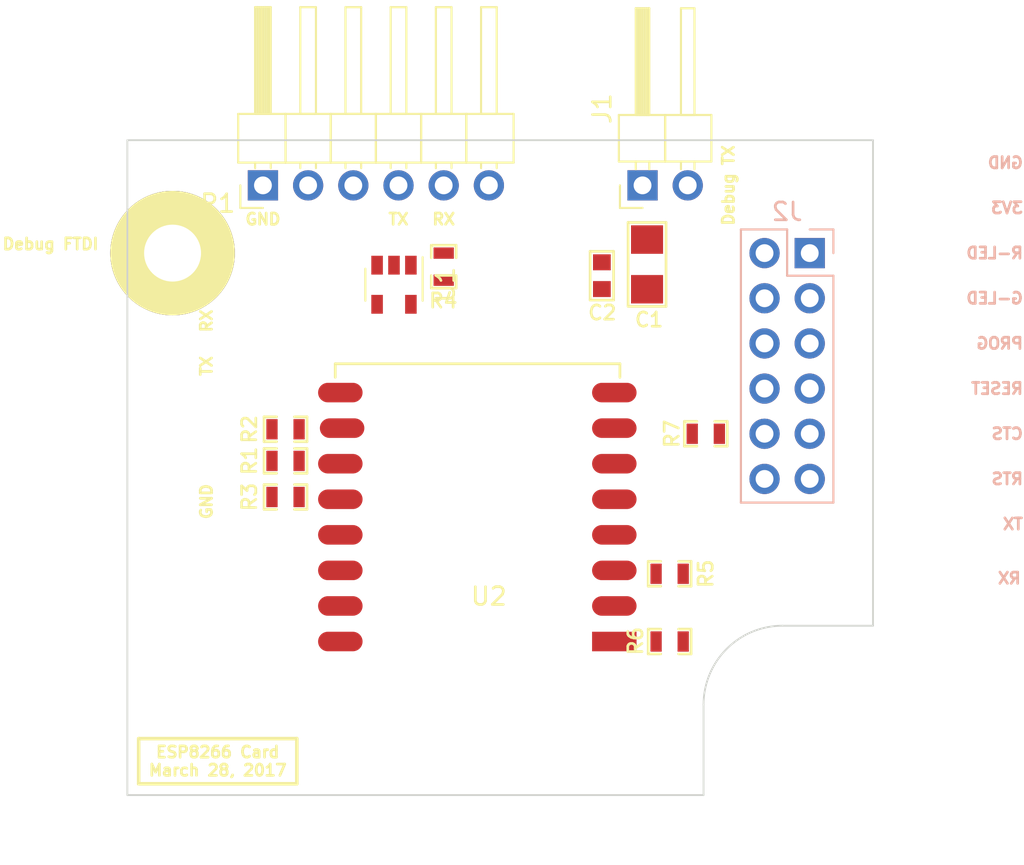
<source format=kicad_pcb>
(kicad_pcb (version 4) (host pcbnew "(2015-01-16 BZR 5376)-product")

  (general
    (links 34)
    (no_connects 34)
    (area 156.159999 99.009999 198.170001 135.940001)
    (thickness 1.6)
    (drawings 36)
    (tracks 0)
    (zones 0)
    (modules 15)
    (nets 24)
  )

  (page A4)
  (layers
    (0 F.Cu signal)
    (31 B.Cu signal)
    (32 B.Adhes user)
    (33 F.Adhes user)
    (34 B.Paste user)
    (35 F.Paste user)
    (36 B.SilkS user)
    (37 F.SilkS user)
    (38 B.Mask user)
    (39 F.Mask user)
    (40 Dwgs.User user)
    (41 Cmts.User user)
    (42 Eco1.User user)
    (43 Eco2.User user)
    (44 Edge.Cuts user)
    (45 Margin user)
    (46 B.CrtYd user)
    (47 F.CrtYd user)
    (48 B.Fab user)
    (49 F.Fab user)
  )

  (setup
    (last_trace_width 0.1524)
    (user_trace_width 0.1524)
    (user_trace_width 0.3048)
    (trace_clearance 0.1524)
    (zone_clearance 0.2032)
    (zone_45_only yes)
    (trace_min 0.1524)
    (segment_width 0.2)
    (edge_width 0.1)
    (via_size 0.6096)
    (via_drill 0.3556)
    (via_min_size 0.6096)
    (via_min_drill 0.3556)
    (user_via 0.6096 0.3556)
    (user_via 0.762 0.4064)
    (uvia_size 0.6096)
    (uvia_drill 0.3556)
    (uvias_allowed no)
    (uvia_min_size 0.6096)
    (uvia_min_drill 0.3556)
    (pcb_text_width 0.3)
    (pcb_text_size 1.5 1.5)
    (mod_edge_width 0.15)
    (mod_text_size 1 1)
    (mod_text_width 0.15)
    (pad_size 2.5 1.1)
    (pad_drill 0)
    (pad_to_mask_clearance 0)
    (aux_axis_origin 0 0)
    (visible_elements 7FFFFFFF)
    (pcbplotparams
      (layerselection 0x00030_80000001)
      (usegerberextensions false)
      (excludeedgelayer true)
      (linewidth 0.100000)
      (plotframeref false)
      (viasonmask false)
      (mode 1)
      (useauxorigin false)
      (hpglpennumber 1)
      (hpglpenspeed 20)
      (hpglpendiameter 15)
      (hpglpenoverlay 2)
      (psnegative false)
      (psa4output false)
      (plotreference true)
      (plotvalue true)
      (plotinvisibletext false)
      (padsonsilk false)
      (subtractmaskfromsilk false)
      (outputformat 1)
      (mirror false)
      (drillshape 1)
      (scaleselection 1)
      (outputdirectory ""))
  )

  (net 0 "")
  (net 1 GND)
  (net 2 /CC_TX)
  (net 3 /ESP_RX)
  (net 4 "Net-(P1-Pad2)")
  (net 5 "Net-(P1-Pad3)")
  (net 6 /Debug-TX)
  (net 7 "Net-(P1-Pad6)")
  (net 8 /CC_PROG)
  (net 9 /CC_RESET)
  (net 10 /CC_CTS)
  (net 11 /CC_RTS)
  (net 12 /CC_RX)
  (net 13 /ESP_TX)
  (net 14 3V3)
  (net 15 /CC_G_LED)
  (net 16 /CC_EXT1)
  (net 17 /CC_EXT0)
  (net 18 "Net-(P1-Pad4)")
  (net 19 "Net-(P1-Pad5)")
  (net 20 "Net-(R5-Pad1)")
  (net 21 "Net-(U2-Pad2)")
  (net 22 "Net-(U2-Pad4)")
  (net 23 /CC_R_LED)

  (net_class Default "This is the default net class."
    (clearance 0.1524)
    (trace_width 0.1524)
    (via_dia 0.6096)
    (via_drill 0.3556)
    (uvia_dia 0.6096)
    (uvia_drill 0.3556)
    (add_net /CC_CTS)
    (add_net /CC_EXT0)
    (add_net /CC_EXT1)
    (add_net /CC_G_LED)
    (add_net /CC_PROG)
    (add_net /CC_RESET)
    (add_net /CC_RTS)
    (add_net /CC_RX)
    (add_net /CC_R_LED)
    (add_net /CC_TX)
    (add_net /Debug-TX)
    (add_net /ESP_RX)
    (add_net /ESP_TX)
    (add_net 3V3)
    (add_net GND)
    (add_net "Net-(P1-Pad2)")
    (add_net "Net-(P1-Pad3)")
    (add_net "Net-(P1-Pad4)")
    (add_net "Net-(P1-Pad5)")
    (add_net "Net-(P1-Pad6)")
    (add_net "Net-(R5-Pad1)")
    (add_net "Net-(U2-Pad2)")
    (add_net "Net-(U2-Pad4)")
  )

  (net_class Thicker ""
    (clearance 0.254)
    (trace_width 0.3048)
    (via_dia 0.762)
    (via_drill 0.4064)
    (uvia_dia 0.762)
    (uvia_drill 0.4064)
  )

  (module CA6:c_1206 (layer F.Cu) (tedit 54660A63) (tstamp 58C3AEF7)
    (at 185.42 106.045 270)
    (descr "SMT capacitor, 1206")
    (path /58C146DF)
    (fp_text reference C1 (at 3.1115 -0.1143 360) (layer F.SilkS)
      (effects (font (size 0.8 0.8) (thickness 0.15)))
    )
    (fp_text value .1uF (at 0 0 360) (layer F.SilkS) hide
      (effects (font (size 0.2286 0.381) (thickness 0.0508)))
    )
    (fp_line (start 2.3622 1.0668) (end 2.3622 -1.0668) (layer F.SilkS) (width 0.14986))
    (fp_line (start -2.3622 -1.0668) (end 2.3622 -1.0668) (layer F.SilkS) (width 0.14986))
    (fp_line (start 2.3368 1.0668) (end -2.3622 1.0668) (layer F.SilkS) (width 0.14986))
    (fp_line (start -2.3622 1.0668) (end -2.3622 -1.0668) (layer F.SilkS) (width 0.14986))
    (pad 1 smd rect (at 1.397 0 270) (size 1.6002 1.8034) (layers F.Cu F.Paste F.Mask)
      (net 14 3V3))
    (pad 2 smd rect (at -1.397 0 270) (size 1.6002 1.8034) (layers F.Cu F.Paste F.Mask)
      (net 1 GND))
  )

  (module CA6:c_0603 (layer F.Cu) (tedit 54649DFA) (tstamp 58C3AF01)
    (at 182.88 106.68 270)
    (descr "SMT capacitor, 0603")
    (path /58C1477A)
    (fp_text reference C2 (at 2.0828 -0.0254 360) (layer F.SilkS)
      (effects (font (size 0.8 0.8) (thickness 0.15)))
    )
    (fp_text value 10uF (at 0 0 360) (layer F.SilkS) hide
      (effects (font (size 0.2286 0.381) (thickness 0.0508)))
    )
    (fp_line (start 1.3716 0.6604) (end 1.3716 -0.6604) (layer F.SilkS) (width 0.14986))
    (fp_line (start -1.3716 0.6604) (end 1.3716 0.6604) (layer F.SilkS) (width 0.14986))
    (fp_line (start 1.3716 -0.6604) (end -1.3716 -0.6604) (layer F.SilkS) (width 0.14986))
    (fp_line (start -1.3716 0.6604) (end -1.3716 -0.6604) (layer F.SilkS) (width 0.14986))
    (pad 1 smd rect (at 0.7518 0 270) (size 0.8992 1.0008) (layers F.Cu F.Paste F.Mask)
      (net 14 3V3))
    (pad 2 smd rect (at -0.7518 0 270) (size 0.8992 1.0008) (layers F.Cu F.Paste F.Mask)
      (net 1 GND))
  )

  (module CA6:SM0603_Resistor (layer F.Cu) (tedit 58DA05E9) (tstamp 58C3AF5D)
    (at 165.1 117.094)
    (path /58C14421)
    (attr smd)
    (fp_text reference R1 (at -2.032 0 270) (layer F.SilkS)
      (effects (font (size 0.8 0.8) (thickness 0.15)))
    )
    (fp_text value 10K (at 0 0 90) (layer F.SilkS) hide
      (effects (font (size 0.2286 0.381) (thickness 0.0508)))
    )
    (fp_line (start -0.50038 -0.6985) (end -1.2065 -0.6985) (layer F.SilkS) (width 0.14986))
    (fp_line (start -1.2065 -0.6985) (end -1.2065 0.6985) (layer F.SilkS) (width 0.14986))
    (fp_line (start -1.2065 0.6985) (end -0.50038 0.6985) (layer F.SilkS) (width 0.14986))
    (fp_line (start 1.2065 -0.6985) (end 0.50038 -0.6985) (layer F.SilkS) (width 0.14986))
    (fp_line (start 1.2065 -0.6985) (end 1.2065 0.6985) (layer F.SilkS) (width 0.14986))
    (fp_line (start 1.2065 0.6985) (end 0.50038 0.6985) (layer F.SilkS) (width 0.14986))
    (pad 1 smd rect (at -0.762 0) (size 0.635 1.143) (layers F.Cu F.Paste F.Mask)
      (net 14 3V3))
    (pad 2 smd rect (at 0.762 0) (size 0.635 1.143) (layers F.Cu F.Paste F.Mask)
      (net 6 /Debug-TX))
  )

  (module CA6:SM0603_Resistor (layer F.Cu) (tedit 58DA05F1) (tstamp 58C3AF69)
    (at 165.1 115.316)
    (path /58C14234)
    (attr smd)
    (fp_text reference R2 (at -2.032 0 270) (layer F.SilkS)
      (effects (font (size 0.8 0.8) (thickness 0.15)))
    )
    (fp_text value 10K (at -0.254 -0.254 90) (layer F.SilkS) hide
      (effects (font (size 0.2286 0.381) (thickness 0.0508)))
    )
    (fp_line (start -0.50038 -0.6985) (end -1.2065 -0.6985) (layer F.SilkS) (width 0.14986))
    (fp_line (start -1.2065 -0.6985) (end -1.2065 0.6985) (layer F.SilkS) (width 0.14986))
    (fp_line (start -1.2065 0.6985) (end -0.50038 0.6985) (layer F.SilkS) (width 0.14986))
    (fp_line (start 1.2065 -0.6985) (end 0.50038 -0.6985) (layer F.SilkS) (width 0.14986))
    (fp_line (start 1.2065 -0.6985) (end 1.2065 0.6985) (layer F.SilkS) (width 0.14986))
    (fp_line (start 1.2065 0.6985) (end 0.50038 0.6985) (layer F.SilkS) (width 0.14986))
    (pad 1 smd rect (at -0.762 0) (size 0.635 1.143) (layers F.Cu F.Paste F.Mask)
      (net 1 GND))
    (pad 2 smd rect (at 0.762 0) (size 0.635 1.143) (layers F.Cu F.Paste F.Mask)
      (net 10 /CC_CTS))
  )

  (module CA6:SM0603_Resistor (layer F.Cu) (tedit 58DA0660) (tstamp 58C3AF75)
    (at 165.1 119.126)
    (path /58C108B0)
    (attr smd)
    (fp_text reference R3 (at -2.032 0 270) (layer F.SilkS)
      (effects (font (size 0.8 0.8) (thickness 0.15)))
    )
    (fp_text value 10K (at -1.27 0 90) (layer F.SilkS) hide
      (effects (font (size 0.2286 0.381) (thickness 0.0508)))
    )
    (fp_line (start -0.50038 -0.6985) (end -1.2065 -0.6985) (layer F.SilkS) (width 0.14986))
    (fp_line (start -1.2065 -0.6985) (end -1.2065 0.6985) (layer F.SilkS) (width 0.14986))
    (fp_line (start -1.2065 0.6985) (end -0.50038 0.6985) (layer F.SilkS) (width 0.14986))
    (fp_line (start 1.2065 -0.6985) (end 0.50038 -0.6985) (layer F.SilkS) (width 0.14986))
    (fp_line (start 1.2065 -0.6985) (end 1.2065 0.6985) (layer F.SilkS) (width 0.14986))
    (fp_line (start 1.2065 0.6985) (end 0.50038 0.6985) (layer F.SilkS) (width 0.14986))
    (pad 1 smd rect (at -0.762 0) (size 0.635 1.143) (layers F.Cu F.Paste F.Mask)
      (net 14 3V3))
    (pad 2 smd rect (at 0.762 0) (size 0.635 1.143) (layers F.Cu F.Paste F.Mask)
      (net 8 /CC_PROG))
  )

  (module CA6:SM0603_Resistor (layer F.Cu) (tedit 5456A05B) (tstamp 58C3AF81)
    (at 173.99 106.172 90)
    (path /58C13E97)
    (attr smd)
    (fp_text reference R4 (at -1.9177 -0.0254 180) (layer F.SilkS)
      (effects (font (size 0.8 0.8) (thickness 0.15)))
    )
    (fp_text value 1K (at 0 0 180) (layer F.SilkS) hide
      (effects (font (size 0.2286 0.381) (thickness 0.0508)))
    )
    (fp_line (start -0.50038 -0.6985) (end -1.2065 -0.6985) (layer F.SilkS) (width 0.14986))
    (fp_line (start -1.2065 -0.6985) (end -1.2065 0.6985) (layer F.SilkS) (width 0.14986))
    (fp_line (start -1.2065 0.6985) (end -0.50038 0.6985) (layer F.SilkS) (width 0.14986))
    (fp_line (start 1.2065 -0.6985) (end 0.50038 -0.6985) (layer F.SilkS) (width 0.14986))
    (fp_line (start 1.2065 -0.6985) (end 1.2065 0.6985) (layer F.SilkS) (width 0.14986))
    (fp_line (start 1.2065 0.6985) (end 0.50038 0.6985) (layer F.SilkS) (width 0.14986))
    (pad 1 smd rect (at -0.762 0 90) (size 0.635 1.143) (layers F.Cu F.Paste F.Mask)
      (net 13 /ESP_TX))
    (pad 2 smd rect (at 0.762 0 90) (size 0.635 1.143) (layers F.Cu F.Paste F.Mask)
      (net 19 "Net-(P1-Pad5)"))
  )

  (module CA6:SM0603_Resistor (layer F.Cu) (tedit 58C4C374) (tstamp 58C3AF8D)
    (at 186.69 123.444)
    (path /58C106E5)
    (attr smd)
    (fp_text reference R5 (at 2.032 0 90) (layer F.SilkS)
      (effects (font (size 0.8 0.8) (thickness 0.15)))
    )
    (fp_text value 10K (at 0 0 90) (layer F.SilkS) hide
      (effects (font (size 0.2286 0.381) (thickness 0.0508)))
    )
    (fp_line (start -0.50038 -0.6985) (end -1.2065 -0.6985) (layer F.SilkS) (width 0.14986))
    (fp_line (start -1.2065 -0.6985) (end -1.2065 0.6985) (layer F.SilkS) (width 0.14986))
    (fp_line (start -1.2065 0.6985) (end -0.50038 0.6985) (layer F.SilkS) (width 0.14986))
    (fp_line (start 1.2065 -0.6985) (end 0.50038 -0.6985) (layer F.SilkS) (width 0.14986))
    (fp_line (start 1.2065 -0.6985) (end 1.2065 0.6985) (layer F.SilkS) (width 0.14986))
    (fp_line (start 1.2065 0.6985) (end 0.50038 0.6985) (layer F.SilkS) (width 0.14986))
    (pad 1 smd rect (at -0.762 0) (size 0.635 1.143) (layers F.Cu F.Paste F.Mask)
      (net 20 "Net-(R5-Pad1)"))
    (pad 2 smd rect (at 0.762 0) (size 0.635 1.143) (layers F.Cu F.Paste F.Mask)
      (net 14 3V3))
  )

  (module CA6:SM0603_Resistor (layer F.Cu) (tedit 58C36C9F) (tstamp 58C3AF99)
    (at 186.69 127.254)
    (path /58C105F8)
    (attr smd)
    (fp_text reference R6 (at -1.9177 -0.0254 90) (layer F.SilkS)
      (effects (font (size 0.8 0.8) (thickness 0.15)))
    )
    (fp_text value 10K (at 0 0 90) (layer F.SilkS) hide
      (effects (font (size 0.2286 0.381) (thickness 0.0508)))
    )
    (fp_line (start -0.50038 -0.6985) (end -1.2065 -0.6985) (layer F.SilkS) (width 0.14986))
    (fp_line (start -1.2065 -0.6985) (end -1.2065 0.6985) (layer F.SilkS) (width 0.14986))
    (fp_line (start -1.2065 0.6985) (end -0.50038 0.6985) (layer F.SilkS) (width 0.14986))
    (fp_line (start 1.2065 -0.6985) (end 0.50038 -0.6985) (layer F.SilkS) (width 0.14986))
    (fp_line (start 1.2065 -0.6985) (end 1.2065 0.6985) (layer F.SilkS) (width 0.14986))
    (fp_line (start 1.2065 0.6985) (end 0.50038 0.6985) (layer F.SilkS) (width 0.14986))
    (pad 1 smd rect (at -0.762 0) (size 0.635 1.143) (layers F.Cu F.Paste F.Mask)
      (net 9 /CC_RESET))
    (pad 2 smd rect (at 0.762 0) (size 0.635 1.143) (layers F.Cu F.Paste F.Mask)
      (net 14 3V3))
  )

  (module CA6:SM0603_Resistor (layer F.Cu) (tedit 58C58A5C) (tstamp 58C3AFA5)
    (at 188.722 115.57 180)
    (path /58C13F04)
    (attr smd)
    (fp_text reference R7 (at 1.905 0 270) (layer F.SilkS)
      (effects (font (size 0.8 0.8) (thickness 0.15)))
    )
    (fp_text value 1K (at 0 0 270) (layer F.SilkS) hide
      (effects (font (size 0.2286 0.381) (thickness 0.0508)))
    )
    (fp_line (start -0.50038 -0.6985) (end -1.2065 -0.6985) (layer F.SilkS) (width 0.14986))
    (fp_line (start -1.2065 -0.6985) (end -1.2065 0.6985) (layer F.SilkS) (width 0.14986))
    (fp_line (start -1.2065 0.6985) (end -0.50038 0.6985) (layer F.SilkS) (width 0.14986))
    (fp_line (start 1.2065 -0.6985) (end 0.50038 -0.6985) (layer F.SilkS) (width 0.14986))
    (fp_line (start 1.2065 -0.6985) (end 1.2065 0.6985) (layer F.SilkS) (width 0.14986))
    (fp_line (start 1.2065 0.6985) (end 0.50038 0.6985) (layer F.SilkS) (width 0.14986))
    (pad 1 smd rect (at -0.762 0 180) (size 0.635 1.143) (layers F.Cu F.Paste F.Mask)
      (net 12 /CC_RX))
    (pad 2 smd rect (at 0.762 0 180) (size 0.635 1.143) (layers F.Cu F.Paste F.Mask)
      (net 13 /ESP_TX))
  )

  (module Pin_Headers:Pin_Header_Angled_1x06_Pitch2.54mm (layer F.Cu) (tedit 58C58932) (tstamp 58C3AF26)
    (at 163.83 101.6 90)
    (descr "Through hole angled pin header, 1x06, 2.54mm pitch, 6mm pin length, single row")
    (tags "Through hole angled pin header THT 1x06 2.54mm single row")
    (path /58C10A25)
    (fp_text reference P1 (at -1.016 -2.54 180) (layer F.SilkS)
      (effects (font (size 1 1) (thickness 0.15)))
    )
    (fp_text value ESP-Programming-FTDI (at -2.286 8.382 180) (layer F.Fab)
      (effects (font (size 0.508 0.508) (thickness 0.1016)))
    )
    (fp_line (start 1.4 -1.27) (end 1.4 1.27) (layer F.Fab) (width 0.1))
    (fp_line (start 1.4 1.27) (end 3.9 1.27) (layer F.Fab) (width 0.1))
    (fp_line (start 3.9 1.27) (end 3.9 -1.27) (layer F.Fab) (width 0.1))
    (fp_line (start 3.9 -1.27) (end 1.4 -1.27) (layer F.Fab) (width 0.1))
    (fp_line (start 0 -0.32) (end 0 0.32) (layer F.Fab) (width 0.1))
    (fp_line (start 0 0.32) (end 9.9 0.32) (layer F.Fab) (width 0.1))
    (fp_line (start 9.9 0.32) (end 9.9 -0.32) (layer F.Fab) (width 0.1))
    (fp_line (start 9.9 -0.32) (end 0 -0.32) (layer F.Fab) (width 0.1))
    (fp_line (start 1.4 1.27) (end 1.4 3.81) (layer F.Fab) (width 0.1))
    (fp_line (start 1.4 3.81) (end 3.9 3.81) (layer F.Fab) (width 0.1))
    (fp_line (start 3.9 3.81) (end 3.9 1.27) (layer F.Fab) (width 0.1))
    (fp_line (start 3.9 1.27) (end 1.4 1.27) (layer F.Fab) (width 0.1))
    (fp_line (start 0 2.22) (end 0 2.86) (layer F.Fab) (width 0.1))
    (fp_line (start 0 2.86) (end 9.9 2.86) (layer F.Fab) (width 0.1))
    (fp_line (start 9.9 2.86) (end 9.9 2.22) (layer F.Fab) (width 0.1))
    (fp_line (start 9.9 2.22) (end 0 2.22) (layer F.Fab) (width 0.1))
    (fp_line (start 1.4 3.81) (end 1.4 6.35) (layer F.Fab) (width 0.1))
    (fp_line (start 1.4 6.35) (end 3.9 6.35) (layer F.Fab) (width 0.1))
    (fp_line (start 3.9 6.35) (end 3.9 3.81) (layer F.Fab) (width 0.1))
    (fp_line (start 3.9 3.81) (end 1.4 3.81) (layer F.Fab) (width 0.1))
    (fp_line (start 0 4.76) (end 0 5.4) (layer F.Fab) (width 0.1))
    (fp_line (start 0 5.4) (end 9.9 5.4) (layer F.Fab) (width 0.1))
    (fp_line (start 9.9 5.4) (end 9.9 4.76) (layer F.Fab) (width 0.1))
    (fp_line (start 9.9 4.76) (end 0 4.76) (layer F.Fab) (width 0.1))
    (fp_line (start 1.4 6.35) (end 1.4 8.89) (layer F.Fab) (width 0.1))
    (fp_line (start 1.4 8.89) (end 3.9 8.89) (layer F.Fab) (width 0.1))
    (fp_line (start 3.9 8.89) (end 3.9 6.35) (layer F.Fab) (width 0.1))
    (fp_line (start 3.9 6.35) (end 1.4 6.35) (layer F.Fab) (width 0.1))
    (fp_line (start 0 7.3) (end 0 7.94) (layer F.Fab) (width 0.1))
    (fp_line (start 0 7.94) (end 9.9 7.94) (layer F.Fab) (width 0.1))
    (fp_line (start 9.9 7.94) (end 9.9 7.3) (layer F.Fab) (width 0.1))
    (fp_line (start 9.9 7.3) (end 0 7.3) (layer F.Fab) (width 0.1))
    (fp_line (start 1.4 8.89) (end 1.4 11.43) (layer F.Fab) (width 0.1))
    (fp_line (start 1.4 11.43) (end 3.9 11.43) (layer F.Fab) (width 0.1))
    (fp_line (start 3.9 11.43) (end 3.9 8.89) (layer F.Fab) (width 0.1))
    (fp_line (start 3.9 8.89) (end 1.4 8.89) (layer F.Fab) (width 0.1))
    (fp_line (start 0 9.84) (end 0 10.48) (layer F.Fab) (width 0.1))
    (fp_line (start 0 10.48) (end 9.9 10.48) (layer F.Fab) (width 0.1))
    (fp_line (start 9.9 10.48) (end 9.9 9.84) (layer F.Fab) (width 0.1))
    (fp_line (start 9.9 9.84) (end 0 9.84) (layer F.Fab) (width 0.1))
    (fp_line (start 1.4 11.43) (end 1.4 13.97) (layer F.Fab) (width 0.1))
    (fp_line (start 1.4 13.97) (end 3.9 13.97) (layer F.Fab) (width 0.1))
    (fp_line (start 3.9 13.97) (end 3.9 11.43) (layer F.Fab) (width 0.1))
    (fp_line (start 3.9 11.43) (end 1.4 11.43) (layer F.Fab) (width 0.1))
    (fp_line (start 0 12.38) (end 0 13.02) (layer F.Fab) (width 0.1))
    (fp_line (start 0 13.02) (end 9.9 13.02) (layer F.Fab) (width 0.1))
    (fp_line (start 9.9 13.02) (end 9.9 12.38) (layer F.Fab) (width 0.1))
    (fp_line (start 9.9 12.38) (end 0 12.38) (layer F.Fab) (width 0.1))
    (fp_line (start 1.28 -1.39) (end 1.28 1.27) (layer F.SilkS) (width 0.12))
    (fp_line (start 1.28 1.27) (end 4.02 1.27) (layer F.SilkS) (width 0.12))
    (fp_line (start 4.02 1.27) (end 4.02 -1.39) (layer F.SilkS) (width 0.12))
    (fp_line (start 4.02 -1.39) (end 1.28 -1.39) (layer F.SilkS) (width 0.12))
    (fp_line (start 4.02 -0.44) (end 4.02 0.44) (layer F.SilkS) (width 0.12))
    (fp_line (start 4.02 0.44) (end 10.02 0.44) (layer F.SilkS) (width 0.12))
    (fp_line (start 10.02 0.44) (end 10.02 -0.44) (layer F.SilkS) (width 0.12))
    (fp_line (start 10.02 -0.44) (end 4.02 -0.44) (layer F.SilkS) (width 0.12))
    (fp_line (start 0.97 -0.44) (end 1.28 -0.44) (layer F.SilkS) (width 0.12))
    (fp_line (start 0.97 0.44) (end 1.28 0.44) (layer F.SilkS) (width 0.12))
    (fp_line (start 4.02 -0.32) (end 10.02 -0.32) (layer F.SilkS) (width 0.12))
    (fp_line (start 4.02 -0.2) (end 10.02 -0.2) (layer F.SilkS) (width 0.12))
    (fp_line (start 4.02 -0.08) (end 10.02 -0.08) (layer F.SilkS) (width 0.12))
    (fp_line (start 4.02 0.04) (end 10.02 0.04) (layer F.SilkS) (width 0.12))
    (fp_line (start 4.02 0.16) (end 10.02 0.16) (layer F.SilkS) (width 0.12))
    (fp_line (start 4.02 0.28) (end 10.02 0.28) (layer F.SilkS) (width 0.12))
    (fp_line (start 4.02 0.4) (end 10.02 0.4) (layer F.SilkS) (width 0.12))
    (fp_line (start 1.28 1.27) (end 1.28 3.81) (layer F.SilkS) (width 0.12))
    (fp_line (start 1.28 3.81) (end 4.02 3.81) (layer F.SilkS) (width 0.12))
    (fp_line (start 4.02 3.81) (end 4.02 1.27) (layer F.SilkS) (width 0.12))
    (fp_line (start 4.02 1.27) (end 1.28 1.27) (layer F.SilkS) (width 0.12))
    (fp_line (start 4.02 2.1) (end 4.02 2.98) (layer F.SilkS) (width 0.12))
    (fp_line (start 4.02 2.98) (end 10.02 2.98) (layer F.SilkS) (width 0.12))
    (fp_line (start 10.02 2.98) (end 10.02 2.1) (layer F.SilkS) (width 0.12))
    (fp_line (start 10.02 2.1) (end 4.02 2.1) (layer F.SilkS) (width 0.12))
    (fp_line (start 0.97 2.1) (end 1.28 2.1) (layer F.SilkS) (width 0.12))
    (fp_line (start 0.97 2.98) (end 1.28 2.98) (layer F.SilkS) (width 0.12))
    (fp_line (start 1.28 3.81) (end 1.28 6.35) (layer F.SilkS) (width 0.12))
    (fp_line (start 1.28 6.35) (end 4.02 6.35) (layer F.SilkS) (width 0.12))
    (fp_line (start 4.02 6.35) (end 4.02 3.81) (layer F.SilkS) (width 0.12))
    (fp_line (start 4.02 3.81) (end 1.28 3.81) (layer F.SilkS) (width 0.12))
    (fp_line (start 4.02 4.64) (end 4.02 5.52) (layer F.SilkS) (width 0.12))
    (fp_line (start 4.02 5.52) (end 10.02 5.52) (layer F.SilkS) (width 0.12))
    (fp_line (start 10.02 5.52) (end 10.02 4.64) (layer F.SilkS) (width 0.12))
    (fp_line (start 10.02 4.64) (end 4.02 4.64) (layer F.SilkS) (width 0.12))
    (fp_line (start 0.97 4.64) (end 1.28 4.64) (layer F.SilkS) (width 0.12))
    (fp_line (start 0.97 5.52) (end 1.28 5.52) (layer F.SilkS) (width 0.12))
    (fp_line (start 1.28 6.35) (end 1.28 8.89) (layer F.SilkS) (width 0.12))
    (fp_line (start 1.28 8.89) (end 4.02 8.89) (layer F.SilkS) (width 0.12))
    (fp_line (start 4.02 8.89) (end 4.02 6.35) (layer F.SilkS) (width 0.12))
    (fp_line (start 4.02 6.35) (end 1.28 6.35) (layer F.SilkS) (width 0.12))
    (fp_line (start 4.02 7.18) (end 4.02 8.06) (layer F.SilkS) (width 0.12))
    (fp_line (start 4.02 8.06) (end 10.02 8.06) (layer F.SilkS) (width 0.12))
    (fp_line (start 10.02 8.06) (end 10.02 7.18) (layer F.SilkS) (width 0.12))
    (fp_line (start 10.02 7.18) (end 4.02 7.18) (layer F.SilkS) (width 0.12))
    (fp_line (start 0.97 7.18) (end 1.28 7.18) (layer F.SilkS) (width 0.12))
    (fp_line (start 0.97 8.06) (end 1.28 8.06) (layer F.SilkS) (width 0.12))
    (fp_line (start 1.28 8.89) (end 1.28 11.43) (layer F.SilkS) (width 0.12))
    (fp_line (start 1.28 11.43) (end 4.02 11.43) (layer F.SilkS) (width 0.12))
    (fp_line (start 4.02 11.43) (end 4.02 8.89) (layer F.SilkS) (width 0.12))
    (fp_line (start 4.02 8.89) (end 1.28 8.89) (layer F.SilkS) (width 0.12))
    (fp_line (start 4.02 9.72) (end 4.02 10.6) (layer F.SilkS) (width 0.12))
    (fp_line (start 4.02 10.6) (end 10.02 10.6) (layer F.SilkS) (width 0.12))
    (fp_line (start 10.02 10.6) (end 10.02 9.72) (layer F.SilkS) (width 0.12))
    (fp_line (start 10.02 9.72) (end 4.02 9.72) (layer F.SilkS) (width 0.12))
    (fp_line (start 0.97 9.72) (end 1.28 9.72) (layer F.SilkS) (width 0.12))
    (fp_line (start 0.97 10.6) (end 1.28 10.6) (layer F.SilkS) (width 0.12))
    (fp_line (start 1.28 11.43) (end 1.28 14.09) (layer F.SilkS) (width 0.12))
    (fp_line (start 1.28 14.09) (end 4.02 14.09) (layer F.SilkS) (width 0.12))
    (fp_line (start 4.02 14.09) (end 4.02 11.43) (layer F.SilkS) (width 0.12))
    (fp_line (start 4.02 11.43) (end 1.28 11.43) (layer F.SilkS) (width 0.12))
    (fp_line (start 4.02 12.26) (end 4.02 13.14) (layer F.SilkS) (width 0.12))
    (fp_line (start 4.02 13.14) (end 10.02 13.14) (layer F.SilkS) (width 0.12))
    (fp_line (start 10.02 13.14) (end 10.02 12.26) (layer F.SilkS) (width 0.12))
    (fp_line (start 10.02 12.26) (end 4.02 12.26) (layer F.SilkS) (width 0.12))
    (fp_line (start 0.97 12.26) (end 1.28 12.26) (layer F.SilkS) (width 0.12))
    (fp_line (start 0.97 13.14) (end 1.28 13.14) (layer F.SilkS) (width 0.12))
    (fp_line (start -1.27 0) (end -1.27 -1.27) (layer F.SilkS) (width 0.12))
    (fp_line (start -1.27 -1.27) (end 0 -1.27) (layer F.SilkS) (width 0.12))
    (fp_line (start -1.6 -1.6) (end -1.6 14.3) (layer F.CrtYd) (width 0.05))
    (fp_line (start -1.6 14.3) (end 10.2 14.3) (layer F.CrtYd) (width 0.05))
    (fp_line (start 10.2 14.3) (end 10.2 -1.6) (layer F.CrtYd) (width 0.05))
    (fp_line (start 10.2 -1.6) (end -1.6 -1.6) (layer F.CrtYd) (width 0.05))
    (pad 1 thru_hole rect (at 0 0 90) (size 1.7 1.7) (drill 1) (layers *.Cu *.Mask)
      (net 1 GND))
    (pad 2 thru_hole oval (at 0 2.54 90) (size 1.7 1.7) (drill 1) (layers *.Cu *.Mask)
      (net 4 "Net-(P1-Pad2)"))
    (pad 3 thru_hole oval (at 0 5.08 90) (size 1.7 1.7) (drill 1) (layers *.Cu *.Mask)
      (net 5 "Net-(P1-Pad3)"))
    (pad 4 thru_hole oval (at 0 7.62 90) (size 1.7 1.7) (drill 1) (layers *.Cu *.Mask)
      (net 18 "Net-(P1-Pad4)"))
    (pad 5 thru_hole oval (at 0 10.16 90) (size 1.7 1.7) (drill 1) (layers *.Cu *.Mask)
      (net 19 "Net-(P1-Pad5)"))
    (pad 6 thru_hole oval (at 0 12.7 90) (size 1.7 1.7) (drill 1) (layers *.Cu *.Mask)
      (net 7 "Net-(P1-Pad6)"))
    (model Pin_Headers.3dshapes/Pin_Header_Angled_1x06_Pitch2.54mm.wrl
      (at (xyz 0 -0.25 0))
      (scale (xyz 1 1 1))
      (rotate (xyz 0 0 90))
    )
  )

  (module Pin_Headers:Pin_Header_Angled_1x02_Pitch2.54mm (layer F.Cu) (tedit 58CD4EC1) (tstamp 58D9FFD8)
    (at 185.166 101.6 90)
    (descr "Through hole angled pin header, 1x02, 2.54mm pitch, 6mm pin length, single row")
    (tags "Through hole angled pin header THT 1x02 2.54mm single row")
    (path /58D8ABB0)
    (fp_text reference J1 (at 4.315 -2.27 90) (layer F.SilkS)
      (effects (font (size 1 1) (thickness 0.15)))
    )
    (fp_text value CONN_01X02 (at 4.315 4.81 90) (layer F.Fab)
      (effects (font (size 1 1) (thickness 0.15)))
    )
    (fp_line (start 1.4 -1.27) (end 1.4 1.27) (layer F.Fab) (width 0.1))
    (fp_line (start 1.4 1.27) (end 3.9 1.27) (layer F.Fab) (width 0.1))
    (fp_line (start 3.9 1.27) (end 3.9 -1.27) (layer F.Fab) (width 0.1))
    (fp_line (start 3.9 -1.27) (end 1.4 -1.27) (layer F.Fab) (width 0.1))
    (fp_line (start 0 -0.32) (end 0 0.32) (layer F.Fab) (width 0.1))
    (fp_line (start 0 0.32) (end 9.9 0.32) (layer F.Fab) (width 0.1))
    (fp_line (start 9.9 0.32) (end 9.9 -0.32) (layer F.Fab) (width 0.1))
    (fp_line (start 9.9 -0.32) (end 0 -0.32) (layer F.Fab) (width 0.1))
    (fp_line (start 1.4 1.27) (end 1.4 3.81) (layer F.Fab) (width 0.1))
    (fp_line (start 1.4 3.81) (end 3.9 3.81) (layer F.Fab) (width 0.1))
    (fp_line (start 3.9 3.81) (end 3.9 1.27) (layer F.Fab) (width 0.1))
    (fp_line (start 3.9 1.27) (end 1.4 1.27) (layer F.Fab) (width 0.1))
    (fp_line (start 0 2.22) (end 0 2.86) (layer F.Fab) (width 0.1))
    (fp_line (start 0 2.86) (end 9.9 2.86) (layer F.Fab) (width 0.1))
    (fp_line (start 9.9 2.86) (end 9.9 2.22) (layer F.Fab) (width 0.1))
    (fp_line (start 9.9 2.22) (end 0 2.22) (layer F.Fab) (width 0.1))
    (fp_line (start 1.34 -1.33) (end 1.34 1.27) (layer F.SilkS) (width 0.12))
    (fp_line (start 1.34 1.27) (end 3.96 1.27) (layer F.SilkS) (width 0.12))
    (fp_line (start 3.96 1.27) (end 3.96 -1.33) (layer F.SilkS) (width 0.12))
    (fp_line (start 3.96 -1.33) (end 1.34 -1.33) (layer F.SilkS) (width 0.12))
    (fp_line (start 3.96 -0.38) (end 3.96 0.38) (layer F.SilkS) (width 0.12))
    (fp_line (start 3.96 0.38) (end 9.96 0.38) (layer F.SilkS) (width 0.12))
    (fp_line (start 9.96 0.38) (end 9.96 -0.38) (layer F.SilkS) (width 0.12))
    (fp_line (start 9.96 -0.38) (end 3.96 -0.38) (layer F.SilkS) (width 0.12))
    (fp_line (start 0.91 -0.38) (end 1.34 -0.38) (layer F.SilkS) (width 0.12))
    (fp_line (start 0.91 0.38) (end 1.34 0.38) (layer F.SilkS) (width 0.12))
    (fp_line (start 3.96 -0.26) (end 9.96 -0.26) (layer F.SilkS) (width 0.12))
    (fp_line (start 3.96 -0.14) (end 9.96 -0.14) (layer F.SilkS) (width 0.12))
    (fp_line (start 3.96 -0.02) (end 9.96 -0.02) (layer F.SilkS) (width 0.12))
    (fp_line (start 3.96 0.1) (end 9.96 0.1) (layer F.SilkS) (width 0.12))
    (fp_line (start 3.96 0.22) (end 9.96 0.22) (layer F.SilkS) (width 0.12))
    (fp_line (start 3.96 0.34) (end 9.96 0.34) (layer F.SilkS) (width 0.12))
    (fp_line (start 1.34 1.27) (end 1.34 3.87) (layer F.SilkS) (width 0.12))
    (fp_line (start 1.34 3.87) (end 3.96 3.87) (layer F.SilkS) (width 0.12))
    (fp_line (start 3.96 3.87) (end 3.96 1.27) (layer F.SilkS) (width 0.12))
    (fp_line (start 3.96 1.27) (end 1.34 1.27) (layer F.SilkS) (width 0.12))
    (fp_line (start 3.96 2.16) (end 3.96 2.92) (layer F.SilkS) (width 0.12))
    (fp_line (start 3.96 2.92) (end 9.96 2.92) (layer F.SilkS) (width 0.12))
    (fp_line (start 9.96 2.92) (end 9.96 2.16) (layer F.SilkS) (width 0.12))
    (fp_line (start 9.96 2.16) (end 3.96 2.16) (layer F.SilkS) (width 0.12))
    (fp_line (start 0.91 2.16) (end 1.34 2.16) (layer F.SilkS) (width 0.12))
    (fp_line (start 0.91 2.92) (end 1.34 2.92) (layer F.SilkS) (width 0.12))
    (fp_line (start -1.27 0) (end -1.27 -1.27) (layer F.SilkS) (width 0.12))
    (fp_line (start -1.27 -1.27) (end 0 -1.27) (layer F.SilkS) (width 0.12))
    (fp_line (start -1.8 -1.8) (end -1.8 4.35) (layer F.CrtYd) (width 0.05))
    (fp_line (start -1.8 4.35) (end 10.4 4.35) (layer F.CrtYd) (width 0.05))
    (fp_line (start 10.4 4.35) (end 10.4 -1.8) (layer F.CrtYd) (width 0.05))
    (fp_line (start 10.4 -1.8) (end -1.8 -1.8) (layer F.CrtYd) (width 0.05))
    (fp_text user %R (at 4.315 -2.27 90) (layer F.Fab)
      (effects (font (size 1 1) (thickness 0.15)))
    )
    (pad 1 thru_hole rect (at 0 0 90) (size 1.7 1.7) (drill 1) (layers *.Cu *.Mask)
      (net 1 GND))
    (pad 2 thru_hole oval (at 0 2.54 90) (size 1.7 1.7) (drill 1) (layers *.Cu *.Mask)
      (net 6 /Debug-TX))
    (model ${KISYS3DMOD}/Pin_Headers.3dshapes/Pin_Header_Angled_1x02_Pitch2.54mm.wrl
      (at (xyz 0 -0.05 0))
      (scale (xyz 1 1 1))
      (rotate (xyz 0 0 90))
    )
  )

  (module Pin_Headers:Pin_Header_Straight_2x06_Pitch2.54mm (layer B.Cu) (tedit 58CD4EC5) (tstamp 58D9FFE8)
    (at 194.564 105.41 180)
    (descr "Through hole straight pin header, 2x06, 2.54mm pitch, double rows")
    (tags "Through hole pin header THT 2x06 2.54mm double row")
    (path /58D9E2DD)
    (fp_text reference J2 (at 1.27 2.33 180) (layer B.SilkS)
      (effects (font (size 1 1) (thickness 0.15)) (justify mirror))
    )
    (fp_text value CONN_02X06 (at 1.27 -15.03 180) (layer B.Fab)
      (effects (font (size 1 1) (thickness 0.15)) (justify mirror))
    )
    (fp_line (start -1.27 1.27) (end -1.27 -13.97) (layer B.Fab) (width 0.1))
    (fp_line (start -1.27 -13.97) (end 3.81 -13.97) (layer B.Fab) (width 0.1))
    (fp_line (start 3.81 -13.97) (end 3.81 1.27) (layer B.Fab) (width 0.1))
    (fp_line (start 3.81 1.27) (end -1.27 1.27) (layer B.Fab) (width 0.1))
    (fp_line (start -1.33 -1.27) (end -1.33 -14.03) (layer B.SilkS) (width 0.12))
    (fp_line (start -1.33 -14.03) (end 3.87 -14.03) (layer B.SilkS) (width 0.12))
    (fp_line (start 3.87 -14.03) (end 3.87 1.33) (layer B.SilkS) (width 0.12))
    (fp_line (start 3.87 1.33) (end 1.27 1.33) (layer B.SilkS) (width 0.12))
    (fp_line (start 1.27 1.33) (end 1.27 -1.27) (layer B.SilkS) (width 0.12))
    (fp_line (start 1.27 -1.27) (end -1.33 -1.27) (layer B.SilkS) (width 0.12))
    (fp_line (start -1.33 0) (end -1.33 1.33) (layer B.SilkS) (width 0.12))
    (fp_line (start -1.33 1.33) (end 0 1.33) (layer B.SilkS) (width 0.12))
    (fp_line (start -1.8 1.8) (end -1.8 -14.5) (layer B.CrtYd) (width 0.05))
    (fp_line (start -1.8 -14.5) (end 4.35 -14.5) (layer B.CrtYd) (width 0.05))
    (fp_line (start 4.35 -14.5) (end 4.35 1.8) (layer B.CrtYd) (width 0.05))
    (fp_line (start 4.35 1.8) (end -1.8 1.8) (layer B.CrtYd) (width 0.05))
    (fp_text user %R (at 1.27 2.33 180) (layer B.Fab)
      (effects (font (size 1 1) (thickness 0.15)) (justify mirror))
    )
    (pad 1 thru_hole rect (at 0 0 180) (size 1.7 1.7) (drill 1) (layers *.Cu *.Mask)
      (net 1 GND))
    (pad 2 thru_hole oval (at 2.54 0 180) (size 1.7 1.7) (drill 1) (layers *.Cu *.Mask)
      (net 14 3V3))
    (pad 3 thru_hole oval (at 0 -2.54 180) (size 1.7 1.7) (drill 1) (layers *.Cu *.Mask)
      (net 23 /CC_R_LED))
    (pad 4 thru_hole oval (at 2.54 -2.54 180) (size 1.7 1.7) (drill 1) (layers *.Cu *.Mask)
      (net 15 /CC_G_LED))
    (pad 5 thru_hole oval (at 0 -5.08 180) (size 1.7 1.7) (drill 1) (layers *.Cu *.Mask)
      (net 8 /CC_PROG))
    (pad 6 thru_hole oval (at 2.54 -5.08 180) (size 1.7 1.7) (drill 1) (layers *.Cu *.Mask)
      (net 9 /CC_RESET))
    (pad 7 thru_hole oval (at 0 -7.62 180) (size 1.7 1.7) (drill 1) (layers *.Cu *.Mask)
      (net 10 /CC_CTS))
    (pad 8 thru_hole oval (at 2.54 -7.62 180) (size 1.7 1.7) (drill 1) (layers *.Cu *.Mask)
      (net 11 /CC_RTS))
    (pad 9 thru_hole oval (at 0 -10.16 180) (size 1.7 1.7) (drill 1) (layers *.Cu *.Mask)
      (net 2 /CC_TX))
    (pad 10 thru_hole oval (at 2.54 -10.16 180) (size 1.7 1.7) (drill 1) (layers *.Cu *.Mask)
      (net 12 /CC_RX))
    (pad 11 thru_hole oval (at 0 -12.7 180) (size 1.7 1.7) (drill 1) (layers *.Cu *.Mask)
      (net 16 /CC_EXT1))
    (pad 12 thru_hole oval (at 2.54 -12.7 180) (size 1.7 1.7) (drill 1) (layers *.Cu *.Mask)
      (net 17 /CC_EXT0))
    (model ${KISYS3DMOD}/Pin_Headers.3dshapes/Pin_Header_Straight_2x06_Pitch2.54mm.wrl
      (at (xyz 0.05 -0.25 0))
      (scale (xyz 1 1 1))
      (rotate (xyz 0 0 90))
    )
  )

  (module CA6:ESP-12E-F-no-bottom-pads (layer F.Cu) (tedit 58C4A242) (tstamp 58D9FFFC)
    (at 182.88 127.254 180)
    (descr "Module, ESP-8266, ESP-12, 16 pad, SMD")
    (tags "Module ESP-8266 ESP8266")
    (path /58C2D9C6)
    (fp_text reference U2 (at 6.35 2.54 180) (layer F.SilkS)
      (effects (font (size 1 1) (thickness 0.15)))
    )
    (fp_text value ESP-12E/F (at 6.35 6.35 180) (layer F.Fab) hide
      (effects (font (size 1 1) (thickness 0.15)))
    )
    (fp_line (start -2.25 -0.5) (end -2.25 -8.75) (layer F.CrtYd) (width 0.05))
    (fp_line (start -2.25 -8.75) (end 15.25 -8.75) (layer F.CrtYd) (width 0.05))
    (fp_line (start 15.25 -8.75) (end 16.25 -8.75) (layer F.CrtYd) (width 0.05))
    (fp_line (start 16.25 -8.75) (end 16.25 16) (layer F.CrtYd) (width 0.05))
    (fp_line (start 16.25 16) (end -2.25 16) (layer F.CrtYd) (width 0.05))
    (fp_line (start -2.25 16) (end -2.25 -0.5) (layer F.CrtYd) (width 0.05))
    (fp_line (start -1.016 -8.382) (end 14.986 -8.382) (layer F.CrtYd) (width 0.1524))
    (fp_line (start 14.986 -8.382) (end 14.986 -0.889) (layer F.CrtYd) (width 0.1524))
    (fp_line (start -1.016 -8.382) (end -1.016 -1.016) (layer F.CrtYd) (width 0.1524))
    (fp_line (start -1.016 14.859) (end -1.016 15.621) (layer F.SilkS) (width 0.1524))
    (fp_line (start -1.016 15.621) (end 14.986 15.621) (layer F.SilkS) (width 0.1524))
    (fp_line (start 14.986 15.621) (end 14.986 14.859) (layer F.SilkS) (width 0.1524))
    (fp_line (start 14.992 -8.4) (end -1.008 -2.6) (layer F.CrtYd) (width 0.1524))
    (fp_line (start -1.008 -8.4) (end 14.992 -2.6) (layer F.CrtYd) (width 0.1524))
    (fp_text user "No Copper" (at 6.892 -5.4 180) (layer F.CrtYd)
      (effects (font (size 1 1) (thickness 0.15)))
    )
    (fp_line (start -1.008 -2.6) (end 14.992 -2.6) (layer F.CrtYd) (width 0.1524))
    (fp_line (start 15 -8.4) (end 15 15.6) (layer F.Fab) (width 0.05))
    (fp_line (start 14.992 15.6) (end -1.008 15.6) (layer F.Fab) (width 0.05))
    (fp_line (start -1.008 15.6) (end -1.008 -8.4) (layer F.Fab) (width 0.05))
    (fp_line (start -1.008 -8.4) (end 14.992 -8.4) (layer F.Fab) (width 0.05))
    (pad 1 smd rect (at 0 0 180) (size 2.5 1.1) (drill (offset -0.7 0)) (layers F.Cu F.Paste F.Mask)
      (net 9 /CC_RESET))
    (pad 2 smd oval (at 0 2 180) (size 2.5 1.1) (drill (offset -0.7 0)) (layers F.Cu F.Paste F.Mask)
      (net 21 "Net-(U2-Pad2)"))
    (pad 3 smd oval (at 0 4 180) (size 2.5 1.1) (drill (offset -0.7 0)) (layers F.Cu F.Paste F.Mask)
      (net 20 "Net-(R5-Pad1)"))
    (pad 4 smd oval (at 0 6 180) (size 2.5 1.1) (drill (offset -0.7 0)) (layers F.Cu F.Paste F.Mask)
      (net 22 "Net-(U2-Pad4)"))
    (pad 5 smd oval (at 0 8 180) (size 2.5 1.1) (drill (offset -0.7 0)) (layers F.Cu F.Paste F.Mask)
      (net 17 /CC_EXT0))
    (pad 6 smd oval (at 0 10 180) (size 2.5 1.1) (drill (offset -0.7 0)) (layers F.Cu F.Paste F.Mask)
      (net 16 /CC_EXT1))
    (pad 7 smd oval (at 0 12 180) (size 2.5 1.1) (drill (offset -0.7 0)) (layers F.Cu F.Paste F.Mask)
      (net 11 /CC_RTS))
    (pad 8 smd oval (at 0 14 180) (size 2.5 1.1) (drill (offset -0.7 0)) (layers F.Cu F.Paste F.Mask)
      (net 14 3V3))
    (pad 9 smd oval (at 14 14 180) (size 2.5 1.1) (drill (offset 0.7 0)) (layers F.Cu F.Paste F.Mask)
      (net 1 GND))
    (pad 10 smd oval (at 14 12 180) (size 2.5 1.1) (drill (offset 0.6 0)) (layers F.Cu F.Paste F.Mask)
      (net 10 /CC_CTS))
    (pad 11 smd oval (at 14 10 180) (size 2.5 1.1) (drill (offset 0.7 0)) (layers F.Cu F.Paste F.Mask)
      (net 6 /Debug-TX))
    (pad 12 smd oval (at 14 8 180) (size 2.5 1.1) (drill (offset 0.7 0)) (layers F.Cu F.Paste F.Mask)
      (net 8 /CC_PROG))
    (pad 13 smd oval (at 14 6 180) (size 2.5 1.1) (drill (offset 0.7 0)) (layers F.Cu F.Paste F.Mask)
      (net 15 /CC_G_LED))
    (pad 14 smd oval (at 14 4 180) (size 2.5 1.1) (drill (offset 0.7 0)) (layers F.Cu F.Paste F.Mask)
      (net 23 /CC_R_LED))
    (pad 15 smd oval (at 14 2 180) (size 2.5 1.1) (drill (offset 0.7 0)) (layers F.Cu F.Paste F.Mask)
      (net 3 /ESP_RX))
    (pad 16 smd oval (at 14 0 180) (size 2.5 1.1) (drill (offset 0.7 0)) (layers F.Cu F.Paste F.Mask)
      (net 13 /ESP_TX))
    (model ${ESPLIB}/ESP8266.3dshapes/ESP-12.wrl
      (at (xyz 0 0 0))
      (scale (xyz 0.3937 0.3937 0.3937))
      (rotate (xyz 0 0 0))
    )
  )

  (module TO_SOT_Packages_SMD:SOT-23-5 (layer F.Cu) (tedit 58DA0937) (tstamp 58C3AFDF)
    (at 171.196 107.188 270)
    (descr "5-pin SOT23 package")
    (tags SOT-23-5)
    (path /58D899B8)
    (attr smd)
    (fp_text reference U1 (at 0 -2.9 270) (layer F.SilkS)
      (effects (font (size 1 1) (thickness 0.15)))
    )
    (fp_text value SN74AHC1G08 (at 2.286 0 360) (layer F.Fab)
      (effects (font (size 0.508 0.508) (thickness 0.1016)))
    )
    (fp_text user %R (at 0 0 270) (layer F.Fab)
      (effects (font (size 0.5 0.5) (thickness 0.075)))
    )
    (fp_line (start -0.9 1.61) (end 0.9 1.61) (layer F.SilkS) (width 0.12))
    (fp_line (start 0.9 -1.61) (end -1.55 -1.61) (layer F.SilkS) (width 0.12))
    (fp_line (start -1.9 -1.8) (end 1.9 -1.8) (layer F.CrtYd) (width 0.05))
    (fp_line (start 1.9 -1.8) (end 1.9 1.8) (layer F.CrtYd) (width 0.05))
    (fp_line (start 1.9 1.8) (end -1.9 1.8) (layer F.CrtYd) (width 0.05))
    (fp_line (start -1.9 1.8) (end -1.9 -1.8) (layer F.CrtYd) (width 0.05))
    (fp_line (start -0.9 -0.9) (end -0.25 -1.55) (layer F.Fab) (width 0.1))
    (fp_line (start 0.9 -1.55) (end -0.25 -1.55) (layer F.Fab) (width 0.1))
    (fp_line (start -0.9 -0.9) (end -0.9 1.55) (layer F.Fab) (width 0.1))
    (fp_line (start 0.9 1.55) (end -0.9 1.55) (layer F.Fab) (width 0.1))
    (fp_line (start 0.9 -1.55) (end 0.9 1.55) (layer F.Fab) (width 0.1))
    (pad 1 smd rect (at -1.1 -0.95 270) (size 1.06 0.65) (layers F.Cu F.Paste F.Mask)
      (net 2 /CC_TX))
    (pad 2 smd rect (at -1.1 0 270) (size 1.06 0.65) (layers F.Cu F.Paste F.Mask)
      (net 18 "Net-(P1-Pad4)"))
    (pad 3 smd rect (at -1.1 0.95 270) (size 1.06 0.65) (layers F.Cu F.Paste F.Mask)
      (net 3 /ESP_RX))
    (pad 4 smd rect (at 1.1 0.95 270) (size 1.06 0.65) (layers F.Cu F.Paste F.Mask))
    (pad 5 smd rect (at 1.1 -0.95 270) (size 1.06 0.65) (layers F.Cu F.Paste F.Mask))
    (model ${KISYS3DMOD}/TO_SOT_Packages_SMD.3dshapes/SOT-23-5.wrl
      (at (xyz 0 0 0))
      (scale (xyz 1 1 1))
      (rotate (xyz 0 0 0))
    )
  )

  (module CA6:HOLE_3.0mm (layer F.Cu) (tedit 54664E93) (tstamp 58DA0C02)
    (at 158.75 105.41)
    (fp_text reference X3 (at -0.0254 -0.508) (layer F.SilkS) hide
      (effects (font (size 0.8 0.8) (thickness 0.14986)))
    )
    (fp_text value HOLE (at 0 0.7112) (layer F.SilkS) hide
      (effects (font (size 0.8 0.8) (thickness 0.14986)))
    )
    (pad "" np_thru_hole circle (at 0 0) (size 7 7) (drill 3.2) (layers *.Cu *.Mask F.SilkS))
  )

  (gr_line (start 165.735 132.715) (end 156.845 132.715) (angle 90) (layer F.SilkS) (width 0.2))
  (gr_line (start 165.735 135.255) (end 165.735 132.715) (angle 90) (layer F.SilkS) (width 0.2))
  (gr_line (start 156.845 135.255) (end 165.735 135.255) (angle 90) (layer F.SilkS) (width 0.2))
  (gr_line (start 156.845 132.715) (end 156.845 135.255) (angle 90) (layer F.SilkS) (width 0.2))
  (gr_text "ESP8266 Card\nMarch 28, 2017" (at 161.29 133.985) (layer F.SilkS)
    (effects (font (size 0.635 0.635) (thickness 0.1524)))
  )
  (gr_text RX (at 206.502 123.698) (layer B.SilkS)
    (effects (font (size 0.635 0.635) (thickness 0.1524)) (justify left mirror))
  )
  (gr_text TX (at 206.629 120.65) (layer B.SilkS)
    (effects (font (size 0.635 0.635) (thickness 0.1524)) (justify left mirror))
  )
  (gr_text RTS (at 206.629 118.11) (layer B.SilkS)
    (effects (font (size 0.635 0.635) (thickness 0.1524)) (justify left mirror))
  )
  (gr_text CTS (at 206.629 115.57) (layer B.SilkS)
    (effects (font (size 0.635 0.635) (thickness 0.1524)) (justify left mirror))
  )
  (gr_text RESET (at 206.629 113.03) (layer B.SilkS)
    (effects (font (size 0.635 0.635) (thickness 0.1524)) (justify left mirror))
  )
  (gr_text PROG (at 206.629 110.49) (layer B.SilkS)
    (effects (font (size 0.635 0.635) (thickness 0.1524)) (justify left mirror))
  )
  (gr_text G-LED (at 206.629 107.95) (layer B.SilkS)
    (effects (font (size 0.635 0.635) (thickness 0.1524)) (justify left mirror))
  )
  (gr_text R-LED (at 206.629 105.41) (layer B.SilkS)
    (effects (font (size 0.635 0.635) (thickness 0.1524)) (justify left mirror))
  )
  (gr_text 3V3 (at 206.629 102.87) (layer B.SilkS)
    (effects (font (size 0.635 0.635) (thickness 0.1524)) (justify left mirror))
  )
  (gr_text GND (at 206.629 100.33) (layer B.SilkS)
    (effects (font (size 0.635 0.635) (thickness 0.1524)) (justify left mirror))
  )
  (gr_text TX (at 160.655 111.76 90) (layer F.SilkS)
    (effects (font (size 0.635 0.635) (thickness 0.1524)))
  )
  (gr_text RX (at 160.655 109.22 90) (layer F.SilkS)
    (effects (font (size 0.635 0.635) (thickness 0.1524)))
  )
  (gr_text GND (at 160.655 119.38 90) (layer F.SilkS)
    (effects (font (size 0.635 0.635) (thickness 0.1524)))
  )
  (gr_text "Debug TX" (at 189.992 101.6 90) (layer F.SilkS)
    (effects (font (size 0.635 0.635) (thickness 0.1524)))
  )
  (gr_text TX (at 171.45 103.505) (layer F.SilkS)
    (effects (font (size 0.635 0.635) (thickness 0.1524)))
  )
  (gr_text RX (at 173.99 103.505) (layer F.SilkS)
    (effects (font (size 0.635 0.635) (thickness 0.1524)))
  )
  (gr_text GND (at 163.83 103.505) (layer F.SilkS)
    (effects (font (size 0.635 0.635) (thickness 0.1524)))
  )
  (gr_text "Debug FTDI" (at 151.892 104.902) (layer F.SilkS)
    (effects (font (size 0.635 0.635) (thickness 0.1524)))
  )
  (gr_text "CA6 PCB Edge" (at 180.34 138.43) (layer Eco1.User)
    (effects (font (size 1.5 1.5) (thickness 0.3)))
  )
  (gr_line (start 198.12 126.365) (end 198.12 99.06) (angle 90) (layer Edge.Cuts) (width 0.1))
  (gr_line (start 193.04 126.365) (end 198.12 126.365) (angle 90) (layer Edge.Cuts) (width 0.1))
  (gr_line (start 188.595 135.89) (end 156.21 135.89) (angle 90) (layer Edge.Cuts) (width 0.1))
  (gr_line (start 188.595 130.81) (end 188.595 135.89) (angle 90) (layer Edge.Cuts) (width 0.1))
  (gr_arc (start 193.04 130.81) (end 188.595 130.81) (angle 90) (layer Edge.Cuts) (width 0.1))
  (gr_circle (center 193.04 130.81) (end 196.85 130.81) (layer Eco1.User) (width 0.2))
  (gr_arc (start 194.31 132.08) (end 199.39 132.08) (angle 90) (layer Eco1.User) (width 0.2))
  (gr_line (start 194.31 137.16) (end 163.83 137.16) (angle 90) (layer Eco1.User) (width 0.2))
  (gr_line (start 199.39 132.08) (end 199.39 101.6) (angle 90) (layer Eco1.User) (width 0.2))
  (gr_text "hole or notch\nfor screw" (at 191.77 129.54) (layer Dwgs.User)
    (effects (font (size 0.508 0.508) (thickness 0.127)))
  )
  (gr_line (start 156.21 99.06) (end 156.21 135.89) (angle 90) (layer Edge.Cuts) (width 0.1))
  (gr_line (start 198.12 99.06) (end 156.21 99.06) (angle 90) (layer Edge.Cuts) (width 0.1))

  (zone (net 0) (net_name "") (layer F.Cu) (tstamp 58C33B30) (hatch edge 0.508)
    (connect_pads (clearance 0.508))
    (min_thickness 0.254)
    (keepout (tracks not_allowed) (vias not_allowed) (copperpour not_allowed))
    (fill (arc_segments 16) (thermal_gap 0.508) (thermal_bridge_width 0.508))
    (polygon
      (pts
        (xy 186.69 135.89) (xy 165.1 135.89) (xy 165.1 128.524) (xy 186.69 128.524)
      )
    )
  )
  (zone (net 0) (net_name "") (layer B.Cu) (tstamp 58C33B30) (hatch edge 0.508)
    (connect_pads (clearance 0.508))
    (min_thickness 0.254)
    (keepout (tracks not_allowed) (vias not_allowed) (copperpour not_allowed))
    (fill (arc_segments 16) (thermal_gap 0.508) (thermal_bridge_width 0.508))
    (polygon
      (pts
        (xy 186.69 135.89) (xy 165.1 135.89) (xy 165.1 128.524) (xy 186.69 128.524)
      )
    )
  )
  (zone (net 0) (net_name "") (layer F.Cu) (tstamp 58C590F0) (hatch edge 0.508)
    (connect_pads (clearance 0.2032))
    (min_thickness 0.3048)
    (keepout (tracks not_allowed) (vias not_allowed) (copperpour not_allowed))
    (fill (arc_segments 16) (thermal_gap 0.1524) (thermal_bridge_width 0.381))
    (polygon
      (pts
        (xy 181.61 128.27) (xy 170.18 128.27) (xy 170.18 111.76) (xy 181.61 111.76)
      )
    )
  )
  (zone (net 0) (net_name "") (layer B.Cu) (tstamp 58C5B1C3) (hatch edge 0.508)
    (connect_pads (clearance 0.2032))
    (min_thickness 0.3048)
    (keepout (tracks not_allowed) (vias not_allowed) (copperpour not_allowed))
    (fill (arc_segments 16) (thermal_gap 0.1524) (thermal_bridge_width 0.381))
    (polygon
      (pts
        (xy 181.61 128.27) (xy 170.18 128.27) (xy 170.18 112.649) (xy 181.61 112.649)
      )
    )
  )
)

</source>
